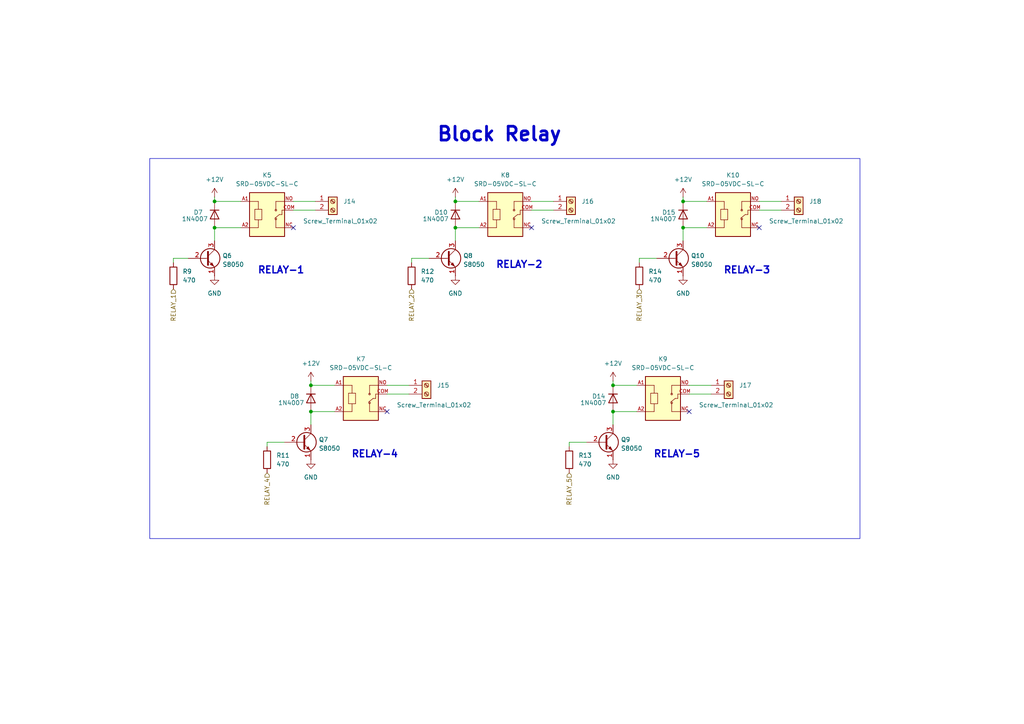
<source format=kicad_sch>
(kicad_sch (version 20231120) (generator "eeschema") (generator_version "8.0")
  (paper "A4")
  (lib_symbols
    (symbol "Connector:Screw_Terminal_01x02" (pin_names (offset 1.016) hide)
      (property "Reference" "J" (at 0 2.54 0))
      (property "Value" "Screw_Terminal_01x02" (at 0 -5.08 0))
      (symbol "Screw_Terminal_01x02_1_1"
        (rectangle (start -1.27 1.27) (end 1.27 -3.81) (stroke (width 0.254)) (fill (type background)))
        (circle (center 0 -2.54) (radius 0.635) (stroke (width 0.1524)))
        (polyline (pts (xy -0.5334 -2.2098) (xy 0.3302 -3.048)) (stroke (width 0.1524)))
        (polyline (pts (xy -0.5334 0.3302) (xy 0.3302 -0.508)) (stroke (width 0.1524)))
        (polyline (pts (xy -0.3556 -2.032) (xy 0.508 -2.8702)) (stroke (width 0.1524)))
        (polyline (pts (xy -0.3556 0.508) (xy 0.508 -0.3302)) (stroke (width 0.1524)))
        (circle (center 0 0) (radius 0.635) (stroke (width 0.1524)))
        (pin passive line (at -5.08 0 0) (length 3.81) (name "Pin_1") (number "1"))
        (pin passive line (at -5.08 -2.54 0) (length 3.81) (name "Pin_2") (number "2"))
      )
    )
    (symbol "Device:R" (pin_numbers hide) (pin_names (offset 0))
      (property "Reference" "R" (at 2.032 0 90))
      (property "Value" "R" (at 0 0 90))
      (symbol "R_0_1"
        (rectangle (start -1.016 -2.54) (end 1.016 2.54) (stroke (width 0.254)))
      )
      (symbol "R_1_1"
        (pin passive line (at 0 3.81 270) (length 1.27) (name "~") (number "1"))
        (pin passive line (at 0 -3.81 90) (length 1.27) (name "~") (number "2"))
      )
    )
    (symbol "Diode:LL4148" (pin_numbers hide) (pin_names hide)
      (property "Reference" "D" (at 0 2.54 0))
      (property "Value" "LL4148" (at 0 -2.54 0))
      (symbol "LL4148_0_1"
        (polyline (pts (xy -1.27 1.27) (xy -1.27 -1.27)) (stroke (width 0.254)))
        (polyline (pts (xy 1.27 0) (xy -1.27 0)))
        (polyline (pts (xy 1.27 1.27) (xy 1.27 -1.27) (xy -1.27 0) (xy 1.27 1.27)) (stroke (width 0.254)))
      )
      (symbol "LL4148_1_1"
        (pin passive line (at -3.81 0 0) (length 2.54) (name "K") (number "1"))
        (pin passive line (at 3.81 0 180) (length 2.54) (name "A") (number "2"))
      )
    )
    (symbol "SRD-05VDC-SL-C_1" (pin_names (offset 1.016))
      (property "Reference" "K" (at -5.0809 5.843 0))
      (property "Value" "SRD-05VDC-SL-C" (at -5.0832 -10.1664 0))
      (symbol "SRD-05VDC-SL-C_1_0_0"
        (rectangle (start -5.08 -7.62) (end 5.08 5.08) (stroke (width 0.254)) (fill (type background)))
        (polyline (pts (xy -5.08 2.54) (xy -2.54 2.54)) (stroke (width 0.1524)))
        (polyline (pts (xy -3.556 -2.794) (xy -2.54 -2.794)) (stroke (width 0.1524)))
        (polyline (pts (xy -3.556 0.254) (xy -3.556 -2.794)) (stroke (width 0.1524)))
        (polyline (pts (xy -2.54 -5.08) (xy -5.08 -5.08)) (stroke (width 0.1524)))
        (polyline (pts (xy -2.54 -2.794) (xy -2.54 -5.08)) (stroke (width 0.1524)))
        (polyline (pts (xy -2.54 -2.794) (xy -1.524 -2.794)) (stroke (width 0.1524)))
        (polyline (pts (xy -2.54 0.254) (xy -3.556 0.254)) (stroke (width 0.1524)))
        (polyline (pts (xy -2.54 2.54) (xy -2.54 0.254)) (stroke (width 0.1524)))
        (polyline (pts (xy -1.524 -2.794) (xy -1.524 0.254)) (stroke (width 0.1524)))
        (polyline (pts (xy -1.524 0.254) (xy -2.54 0.254)) (stroke (width 0.1524)))
        (polyline (pts (xy 2.54 -5.08) (xy 5.08 -5.08)) (stroke (width 0.1524)))
        (polyline (pts (xy 2.54 -2.54) (xy 2.54 -5.08)) (stroke (width 0.1524)))
        (polyline (pts (xy 2.54 2.54) (xy 2.54 0)) (stroke (width 0.1524)))
        (polyline (pts (xy 3.556 -1.27) (xy 2.286 -2.286)) (stroke (width 0.1524)))
        (polyline (pts (xy 3.556 -1.27) (xy 4.318 -1.27)) (stroke (width 0.1524)))
        (polyline (pts (xy 4.318 -1.27) (xy 4.318 0)) (stroke (width 0.1524)))
        (polyline (pts (xy 4.318 0) (xy 5.08 0)) (stroke (width 0.1524)))
        (polyline (pts (xy 5.08 2.54) (xy 2.54 2.54)) (stroke (width 0.1524)))
        (circle (center 2.54 -2.54) (radius 0.254) (stroke (width 0.1524)))
        (circle (center 2.54 0) (radius 0.254) (stroke (width 0.1524)))
        (pin passive line (at -7.62 2.54 0) (length 2.54) (name "~") (number "A1"))
        (pin passive line (at -7.62 -5.08 0) (length 2.54) (name "~") (number "A2"))
        (pin passive line (at 7.62 0 180) (length 2.54) (name "~") (number "COM"))
        (pin passive line (at 7.62 -5.08 180) (length 2.54) (name "~") (number "NC"))
        (pin passive line (at 7.62 2.54 180) (length 2.54) (name "~") (number "NO"))
      )
    )
    (symbol "Transistor_BJT:S8050" (pin_names (offset 0) hide)
      (property "Reference" "Q" (at 5.08 1.905 0))
      (property "Value" "S8050" (at 5.08 0 0))
      (symbol "S8050_0_1"
        (polyline (pts (xy 0 0) (xy 0.635 0)))
        (polyline (pts (xy 0.635 0.635) (xy 2.54 2.54)))
        (polyline (pts (xy 0.635 -0.635) (xy 2.54 -2.54) (xy 2.54 -2.54)))
        (polyline (pts (xy 0.635 1.905) (xy 0.635 -1.905) (xy 0.635 -1.905)) (stroke (width 0.508)))
        (polyline (pts (xy 1.27 -1.778) (xy 1.778 -1.27) (xy 2.286 -2.286) (xy 1.27 -1.778) (xy 1.27 -1.778)) (fill (type outline)))
        (circle (center 1.27 0) (radius 2.8194) (stroke (width 0.254)))
      )
      (symbol "S8050_1_1"
        (pin passive line (at 2.54 -5.08 90) (length 2.54) (name "E") (number "1"))
        (pin input line (at -5.08 0 0) (length 5.08) (name "B") (number "2"))
        (pin passive line (at 2.54 5.08 270) (length 2.54) (name "C") (number "3"))
      )
    )
    (symbol "power:+12V" (power) (pin_numbers hide) (pin_names (offset 0) hide)
      (property "Value" "+12V" (at 0 3.556 0))
      (symbol "+12V_0_1"
        (polyline (pts (xy -0.762 1.27) (xy 0 2.54)))
        (polyline (pts (xy 0 0) (xy 0 2.54)))
        (polyline (pts (xy 0 2.54) (xy 0.762 1.27)))
      )
      (symbol "+12V_1_1"
        (pin power_in line (at 0 0 90) (length 0) (name "~") (number "1"))
      )
    )
    (symbol "power:GND" (power) (pin_numbers hide) (pin_names (offset 0) hide)
      (property "Value" "GND" (at 0 -3.81 0))
      (symbol "GND_0_1"
        (polyline (pts (xy 0 0) (xy 0 -1.27) (xy 1.27 -1.27) (xy 0 -2.54) (xy -1.27 -1.27) (xy 0 -1.27)))
      )
      (symbol "GND_1_1"
        (pin power_in line (at 0 0 270) (length 0) (name "~") (number "1"))
      )
    )
  )
  (junction (at 62.23 58.42))
  (junction (at 62.23 66.04))
  (junction (at 90.17 119.38))
  (junction (at 198.12 66.04))
  (junction (at 177.8 119.38))
  (junction (at 90.17 111.76))
  (junction (at 198.12 58.42))
  (junction (at 132.08 58.42))
  (junction (at 132.08 66.04))
  (junction (at 177.8 111.76))
  (no_connect (at 220.218 66.04))
  (no_connect (at 85.09 66.04))
  (no_connect (at 112.268 119.38))
  (no_connect (at 154.178 66.04))
  (no_connect (at 199.898 119.38))
  (wire (pts (xy 177.8 110.49) (xy 177.8 111.76)))
  (wire (pts (xy 132.08 58.42) (xy 138.938 58.42)))
  (wire (pts (xy 90.17 111.76) (xy 97.028 111.76)))
  (wire (pts (xy 85.09 60.96) (xy 91.44 60.96)))
  (wire (pts (xy 154.178 60.96) (xy 160.528 60.96)))
  (wire (pts (xy 77.47 129.54) (xy 77.47 128.27)))
  (wire (pts (xy 220.218 60.96) (xy 226.568 60.96)))
  (wire (pts (xy 50.292 76.2) (xy 50.292 74.93)))
  (wire (pts (xy 50.292 74.93) (xy 54.61 74.93)))
  (wire (pts (xy 90.17 110.49) (xy 90.17 111.76)))
  (wire (pts (xy 132.08 66.04) (xy 138.938 66.04)))
  (wire (pts (xy 177.8 119.38) (xy 177.8 123.19)))
  (wire (pts (xy 90.17 119.38) (xy 97.028 119.38)))
  (wire (pts (xy 199.898 111.76) (xy 206.248 111.76)))
  (wire (pts (xy 154.178 58.42) (xy 160.528 58.42)))
  (wire (pts (xy 220.218 58.42) (xy 226.568 58.42)))
  (wire (pts (xy 112.268 114.3) (xy 118.618 114.3)))
  (wire (pts (xy 62.23 66.04) (xy 69.85 66.04)))
  (wire (pts (xy 112.268 111.76) (xy 118.618 111.76)))
  (wire (pts (xy 132.08 66.04) (xy 132.08 69.85)))
  (wire (pts (xy 62.23 58.42) (xy 69.85 58.42)))
  (wire (pts (xy 165.1 129.54) (xy 165.1 128.27)))
  (wire (pts (xy 77.47 128.27) (xy 82.55 128.27)))
  (wire (pts (xy 132.08 57.15) (xy 132.08 58.42)))
  (wire (pts (xy 90.17 119.38) (xy 90.17 123.19)))
  (wire (pts (xy 62.23 57.15) (xy 62.23 58.42)))
  (wire (pts (xy 198.12 58.42) (xy 204.978 58.42)))
  (wire (pts (xy 177.8 111.76) (xy 184.658 111.76)))
  (wire (pts (xy 165.1 128.27) (xy 170.18 128.27)))
  (wire (pts (xy 62.23 66.04) (xy 62.23 69.85)))
  (wire (pts (xy 119.38 74.93) (xy 124.46 74.93)))
  (wire (pts (xy 198.12 57.15) (xy 198.12 58.42)))
  (wire (pts (xy 198.12 66.04) (xy 198.12 69.85)))
  (wire (pts (xy 199.898 114.3) (xy 206.248 114.3)))
  (wire (pts (xy 85.09 58.42) (xy 91.44 58.42)))
  (wire (pts (xy 177.8 119.38) (xy 184.658 119.38)))
  (wire (pts (xy 198.12 66.04) (xy 204.978 66.04)))
  (wire (pts (xy 185.42 74.93) (xy 190.5 74.93)))
  (wire (pts (xy 185.42 76.2) (xy 185.42 74.93)))
  (wire (pts (xy 119.38 76.2) (xy 119.38 74.93)))
  (rectangle (start 43.434 45.974) (end 249.428 156.21))
  (text "RELAY-1\n" (at 81.534 78.486 0) (effects (font (size 2 2) (thickness 0.4) (bold yes))))
  (text "Block Relay\n" (at 126.492 41.402 0) (effects (font (size 4 4) (bold yes)) (justify left bottom)))
  (text "RELAY-3\n" (at 216.662 78.486 0) (effects (font (size 2 2) (thickness 0.4) (bold yes))))
  (text "RELAY-2\n\n" (at 150.622 78.486 0) (effects (font (size 2 2) (thickness 0.4) (bold yes))))
  (text "RELAY-4\n" (at 108.712 131.826 0) (effects (font (size 2 2) (thickness 0.4) (bold yes))))
  (text "RELAY-5\n" (at 196.342 131.826 0) (effects (font (size 2 2) (thickness 0.4) (bold yes))))
  (hierarchical_label "RELAY_2" (shape input) (at 119.38 83.82 270))
  (hierarchical_label "RELAY_5" (shape input) (at 165.1 137.16 270))
  (hierarchical_label "RELAY_3" (shape input) (at 185.42 83.82 270))
  (hierarchical_label "RELAY_1" (shape input) (at 50.292 83.82 270))
  (hierarchical_label "RELAY_4" (shape input) (at 77.47 137.16 270))
  (symbol (lib_id "power:+12V") (at 90.17 110.49 0) (unit 1)
    (property "Reference" "#PWR019" (effects (hide yes)))
    (property "Value" "+12V" (at 90.17 105.41 0))
    (property "Description" "Power symbol creates a global label with name \"+12V\"" (effects (hide yes)))
  )
  (symbol (lib_id "power:GND") (at 62.23 80.01 0) (unit 1)
    (property "Reference" "#PWR049" (effects (hide yes)))
    (property "Value" "GND" (at 62.23 85.09 0))
    (property "Description" "Power symbol creates a global label with name \"GND\" , ground" (effects (hide yes)))
  )
  (symbol (lib_name "SRD-05VDC-SL-C_1") (lib_id "SRD-05VDC-SL-C:SRD-05VDC-SL-C") (at 192.278 114.3 0) (unit 1)
    (property "Reference" "K9" (at 192.278 104.14 0))
    (property "Value" "SRD-05VDC-SL-C" (at 192.278 106.68 0))
    (property "Footprint" "SRD-05VDC-SL-C:RELAY_SRD-05VDC-SL-C" (effects (hide yes)))
    (property "MF" "Songle Relay" (effects (hide yes)))
    (property "Description_1" "\n5V Trigger Relay Module For Arduino And Raspberry Pi 5V Trigger Relay Module For Arduino And Raspberry Pi\n" (effects (hide yes)))
    (property "Package" "NON STANDARD-5 Songle Relay" (effects (hide yes)))
    (property "Price" "None" (effects (hide yes)))
    (property "Check_prices" "https://www.snapeda.com/parts/SRD-05VDC-SL-C/Songle+Relay/view-part/?ref=eda" (effects (hide yes)))
    (property "STANDARD" "IPC-7251" (effects (hide yes)))
    (property "SnapEDA_Link" "https://www.snapeda.com/parts/SRD-05VDC-SL-C/Songle+Relay/view-part/?ref=snap" (effects (hide yes)))
    (property "MP" "SRD-05VDC-SL-C" (effects (hide yes)))
    (property "Availability" "Not in stock" (effects (hide yes)))
    (property "MANUFACTURER" "SONGLE RELAY" (effects (hide yes)))
  )
  (symbol (lib_id "Diode:LL4148") (at 62.23 62.23 270) (unit 1)
    (property "Reference" "D7" (at 56.134 61.595 90) (effects (justify left)))
    (property "Value" "1N4007" (at 52.705 63.5 90) (effects (justify left)))
    (property "Footprint" "Diode_SMD:D_SMA" (effects (hide yes)))
    (property "Datasheet" "http://www.vishay.com/docs/85557/ll4148.pdf" (effects (hide yes)))
    (property "Sim.Device" "D" (effects (hide yes)))
    (property "Sim.Pins" "1=K 2=A" (effects (hide yes)))
  )
  (symbol (lib_id "power:+12V") (at 132.08 57.15 0) (unit 1)
    (property "Reference" "#PWR016" (effects (hide yes)))
    (property "Value" "+12V" (at 132.08 52.07 0))
    (property "Description" "Power symbol creates a global label with name \"+12V\"" (effects (hide yes)))
  )
  (symbol (lib_id "power:+12V") (at 62.23 57.15 0) (unit 1)
    (property "Reference" "#PWR015" (effects (hide yes)))
    (property "Value" "+12V" (at 62.23 52.07 0))
    (property "Description" "Power symbol creates a global label with name \"+12V\"" (effects (hide yes)))
  )
  (symbol (lib_id "power:GND") (at 177.8 133.35 0) (unit 1)
    (property "Reference" "#PWR055" (effects (hide yes)))
    (property "Value" "GND" (at 177.8 138.43 0))
    (property "Description" "Power symbol creates a global label with name \"GND\" , ground" (effects (hide yes)))
  )
  (symbol (lib_id "Transistor_BJT:S8050") (at 87.63 128.27 0) (unit 1)
    (property "Reference" "Q7" (at 92.456 127.508 0) (effects (justify left)))
    (property "Value" "S8050" (at 92.456 130.048 0) (effects (justify left)))
    (property "Footprint" "Package_TO_SOT_SMD:SOT-23" (effects (hide yes)))
    (property "Datasheet" "http://www.unisonic.com.tw/datasheet/S8050.pdf" (effects (hide yes)))
  )
  (symbol (lib_id "power:+12V") (at 177.8 110.49 0) (unit 1)
    (property "Reference" "#PWR018" (effects (hide yes)))
    (property "Value" "+12V" (at 177.8 105.41 0))
    (property "Description" "Power symbol creates a global label with name \"+12V\"" (effects (hide yes)))
  )
  (symbol (lib_id "Connector:Screw_Terminal_01x02") (at 165.608 58.42 0) (unit 1)
    (property "Reference" "J16" (at 168.656 58.42 0) (effects (justify left)))
    (property "Value" "Screw_Terminal_01x02" (at 156.972 64.135 0) (effects (justify left)))
    (property "Footprint" "TerminalBlock_Phoenix:TerminalBlock_Phoenix_MKDS-1,5-2-5.08_1x02_P5.08mm_Horizontal" (effects (hide yes)))
  )
  (symbol (lib_id "power:GND") (at 90.17 133.35 0) (unit 1)
    (property "Reference" "#PWR051" (effects (hide yes)))
    (property "Value" "GND" (at 90.17 138.43 0))
    (property "Description" "Power symbol creates a global label with name \"GND\" , ground" (effects (hide yes)))
  )
  (symbol (lib_name "SRD-05VDC-SL-C_1") (lib_id "SRD-05VDC-SL-C:SRD-05VDC-SL-C") (at 212.598 60.96 0) (unit 1)
    (property "Reference" "K10" (at 212.598 50.8 0))
    (property "Value" "SRD-05VDC-SL-C" (at 212.598 53.34 0))
    (property "Footprint" "SRD-05VDC-SL-C:RELAY_SRD-05VDC-SL-C" (effects (hide yes)))
    (property "MF" "Songle Relay" (effects (hide yes)))
    (property "Description_1" "\n5V Trigger Relay Module For Arduino And Raspberry Pi 5V Trigger Relay Module For Arduino And Raspberry Pi\n" (effects (hide yes)))
    (property "Package" "NON STANDARD-5 Songle Relay" (effects (hide yes)))
    (property "Price" "None" (effects (hide yes)))
    (property "Check_prices" "https://www.snapeda.com/parts/SRD-05VDC-SL-C/Songle+Relay/view-part/?ref=eda" (effects (hide yes)))
    (property "STANDARD" "IPC-7251" (effects (hide yes)))
    (property "SnapEDA_Link" "https://www.snapeda.com/parts/SRD-05VDC-SL-C/Songle+Relay/view-part/?ref=snap" (effects (hide yes)))
    (property "MP" "SRD-05VDC-SL-C" (effects (hide yes)))
    (property "Availability" "Not in stock" (effects (hide yes)))
    (property "MANUFACTURER" "SONGLE RELAY" (effects (hide yes)))
  )
  (symbol (lib_id "Transistor_BJT:S8050") (at 195.58 74.93 0) (unit 1)
    (property "Reference" "Q10" (at 200.406 74.168 0) (effects (justify left)))
    (property "Value" "S8050" (at 200.406 76.708 0) (effects (justify left)))
    (property "Footprint" "Package_TO_SOT_SMD:SOT-23" (effects (hide yes)))
    (property "Datasheet" "http://www.unisonic.com.tw/datasheet/S8050.pdf" (effects (hide yes)))
  )
  (symbol (lib_id "Transistor_BJT:S8050") (at 175.26 128.27 0) (unit 1)
    (property "Reference" "Q9" (at 180.086 127.508 0) (effects (justify left)))
    (property "Value" "S8050" (at 180.086 130.048 0) (effects (justify left)))
    (property "Footprint" "Package_TO_SOT_SMD:SOT-23" (effects (hide yes)))
    (property "Datasheet" "http://www.unisonic.com.tw/datasheet/S8050.pdf" (effects (hide yes)))
  )
  (symbol (lib_name "SRD-05VDC-SL-C_1") (lib_id "SRD-05VDC-SL-C:SRD-05VDC-SL-C") (at 104.648 114.3 0) (unit 1)
    (property "Reference" "K7" (at 104.648 104.14 0))
    (property "Value" "SRD-05VDC-SL-C" (at 104.648 106.68 0))
    (property "Footprint" "SRD-05VDC-SL-C:RELAY_SRD-05VDC-SL-C" (effects (hide yes)))
    (property "MF" "Songle Relay" (effects (hide yes)))
    (property "Description_1" "\n5V Trigger Relay Module For Arduino And Raspberry Pi 5V Trigger Relay Module For Arduino And Raspberry Pi\n" (effects (hide yes)))
    (property "Package" "NON STANDARD-5 Songle Relay" (effects (hide yes)))
    (property "Price" "None" (effects (hide yes)))
    (property "Check_prices" "https://www.snapeda.com/parts/SRD-05VDC-SL-C/Songle+Relay/view-part/?ref=eda" (effects (hide yes)))
    (property "STANDARD" "IPC-7251" (effects (hide yes)))
    (property "SnapEDA_Link" "https://www.snapeda.com/parts/SRD-05VDC-SL-C/Songle+Relay/view-part/?ref=snap" (effects (hide yes)))
    (property "MP" "SRD-05VDC-SL-C" (effects (hide yes)))
    (property "Availability" "Not in stock" (effects (hide yes)))
    (property "MANUFACTURER" "SONGLE RELAY" (effects (hide yes)))
  )
  (symbol (lib_id "Device:R") (at 50.292 80.01 180) (unit 1)
    (property "Reference" "R9" (at 52.959 78.7399 0) (effects (justify right)))
    (property "Value" "470" (at 52.959 81.2799 0) (effects (justify right)))
    (property "Footprint" "Resistor_SMD:R_0603_1608Metric" (effects (hide yes)))
  )
  (symbol (lib_id "Connector:Screw_Terminal_01x02") (at 231.648 58.42 0) (unit 1)
    (property "Reference" "J18" (at 234.696 58.42 0) (effects (justify left)))
    (property "Value" "Screw_Terminal_01x02" (at 223.012 64.135 0) (effects (justify left)))
    (property "Footprint" "TerminalBlock_Phoenix:TerminalBlock_Phoenix_MKDS-1,5-2-5.08_1x02_P5.08mm_Horizontal" (effects (hide yes)))
  )
  (symbol (lib_id "Connector:Screw_Terminal_01x02") (at 96.52 58.42 0) (unit 1)
    (property "Reference" "J14" (at 99.568 58.42 0) (effects (justify left)))
    (property "Value" "Screw_Terminal_01x02" (at 87.884 64.135 0) (effects (justify left)))
    (property "Footprint" "TerminalBlock_Phoenix:TerminalBlock_Phoenix_MKDS-1,5-2-5.08_1x02_P5.08mm_Horizontal" (effects (hide yes)))
  )
  (symbol (lib_id "Device:R") (at 77.47 133.35 180) (unit 1)
    (property "Reference" "R11" (at 80.137 132.0799 0) (effects (justify right)))
    (property "Value" "470" (at 80.137 134.6199 0) (effects (justify right)))
    (property "Footprint" "Resistor_SMD:R_0603_1608Metric" (effects (hide yes)))
  )
  (symbol (lib_id "Device:R") (at 119.38 80.01 180) (unit 1)
    (property "Reference" "R12" (at 122.047 78.7399 0) (effects (justify right)))
    (property "Value" "470" (at 122.047 81.2799 0) (effects (justify right)))
    (property "Footprint" "Resistor_SMD:R_0603_1608Metric" (effects (hide yes)))
  )
  (symbol (lib_id "power:GND") (at 132.08 80.01 0) (unit 1)
    (property "Reference" "#PWR053" (effects (hide yes)))
    (property "Value" "GND" (at 132.08 85.09 0))
    (property "Description" "Power symbol creates a global label with name \"GND\" , ground" (effects (hide yes)))
  )
  (symbol (lib_id "Transistor_BJT:S8050") (at 129.54 74.93 0) (unit 1)
    (property "Reference" "Q8" (at 134.366 74.168 0) (effects (justify left)))
    (property "Value" "S8050" (at 134.366 76.708 0) (effects (justify left)))
    (property "Footprint" "Package_TO_SOT_SMD:SOT-23" (effects (hide yes)))
    (property "Datasheet" "http://www.unisonic.com.tw/datasheet/S8050.pdf" (effects (hide yes)))
  )
  (symbol (lib_id "Device:R") (at 165.1 133.35 180) (unit 1)
    (property "Reference" "R13" (at 167.767 132.0799 0) (effects (justify right)))
    (property "Value" "470" (at 167.767 134.6199 0) (effects (justify right)))
    (property "Footprint" "Resistor_SMD:R_0603_1608Metric" (effects (hide yes)))
  )
  (symbol (lib_id "Diode:LL4148") (at 132.08 62.23 270) (unit 1)
    (property "Reference" "D10" (at 125.984 61.595 90) (effects (justify left)))
    (property "Value" "1N4007" (at 122.555 63.5 90) (effects (justify left)))
    (property "Footprint" "Diode_SMD:D_SMA" (effects (hide yes)))
    (property "Datasheet" "http://www.vishay.com/docs/85557/ll4148.pdf" (effects (hide yes)))
    (property "Sim.Device" "D" (effects (hide yes)))
    (property "Sim.Pins" "1=K 2=A" (effects (hide yes)))
  )
  (symbol (lib_id "Transistor_BJT:S8050") (at 59.69 74.93 0) (unit 1)
    (property "Reference" "Q6" (at 64.516 74.168 0) (effects (justify left)))
    (property "Value" "S8050" (at 64.516 76.708 0) (effects (justify left)))
    (property "Footprint" "Package_TO_SOT_SMD:SOT-23" (effects (hide yes)))
    (property "Datasheet" "http://www.unisonic.com.tw/datasheet/S8050.pdf" (effects (hide yes)))
  )
  (symbol (lib_id "Connector:Screw_Terminal_01x02") (at 123.698 111.76 0) (unit 1)
    (property "Reference" "J15" (at 126.746 111.76 0) (effects (justify left)))
    (property "Value" "Screw_Terminal_01x02" (at 115.062 117.475 0) (effects (justify left)))
    (property "Footprint" "TerminalBlock_Phoenix:TerminalBlock_Phoenix_MKDS-1,5-2-5.08_1x02_P5.08mm_Horizontal" (effects (hide yes)))
  )
  (symbol (lib_id "Device:R") (at 185.42 80.01 180) (unit 1)
    (property "Reference" "R14" (at 188.087 78.7399 0) (effects (justify right)))
    (property "Value" "470" (at 188.087 81.2799 0) (effects (justify right)))
    (property "Footprint" "Resistor_SMD:R_0603_1608Metric" (effects (hide yes)))
  )
  (symbol (lib_name "SRD-05VDC-SL-C_1") (lib_id "SRD-05VDC-SL-C:SRD-05VDC-SL-C") (at 146.558 60.96 0) (unit 1)
    (property "Reference" "K8" (at 146.558 50.8 0))
    (property "Value" "SRD-05VDC-SL-C" (at 146.558 53.34 0))
    (property "Footprint" "SRD-05VDC-SL-C:RELAY_SRD-05VDC-SL-C" (effects (hide yes)))
    (property "MF" "Songle Relay" (effects (hide yes)))
    (property "Description_1" "\n5V Trigger Relay Module For Arduino And Raspberry Pi 5V Trigger Relay Module For Arduino And Raspberry Pi\n" (effects (hide yes)))
    (property "Package" "NON STANDARD-5 Songle Relay" (effects (hide yes)))
    (property "Price" "None" (effects (hide yes)))
    (property "Check_prices" "https://www.snapeda.com/parts/SRD-05VDC-SL-C/Songle+Relay/view-part/?ref=eda" (effects (hide yes)))
    (property "STANDARD" "IPC-7251" (effects (hide yes)))
    (property "SnapEDA_Link" "https://www.snapeda.com/parts/SRD-05VDC-SL-C/Songle+Relay/view-part/?ref=snap" (effects (hide yes)))
    (property "MP" "SRD-05VDC-SL-C" (effects (hide yes)))
    (property "Availability" "Not in stock" (effects (hide yes)))
    (property "MANUFACTURER" "SONGLE RELAY" (effects (hide yes)))
  )
  (symbol (lib_id "Connector:Screw_Terminal_01x02") (at 211.328 111.76 0) (unit 1)
    (property "Reference" "J17" (at 214.376 111.76 0) (effects (justify left)))
    (property "Value" "Screw_Terminal_01x02" (at 202.692 117.475 0) (effects (justify left)))
    (property "Footprint" "TerminalBlock_Phoenix:TerminalBlock_Phoenix_MKDS-1,5-2-5.08_1x02_P5.08mm_Horizontal" (effects (hide yes)))
  )
  (symbol (lib_id "power:GND") (at 198.12 80.01 0) (unit 1)
    (property "Reference" "#PWR057" (effects (hide yes)))
    (property "Value" "GND" (at 198.12 85.09 0))
    (property "Description" "Power symbol creates a global label with name \"GND\" , ground" (effects (hide yes)))
  )
  (symbol (lib_id "Diode:LL4148") (at 198.12 62.23 270) (unit 1)
    (property "Reference" "D15" (at 192.024 61.595 90) (effects (justify left)))
    (property "Value" "1N4007" (at 188.595 63.5 90) (effects (justify left)))
    (property "Footprint" "Diode_SMD:D_SMA" (effects (hide yes)))
    (property "Datasheet" "http://www.vishay.com/docs/85557/ll4148.pdf" (effects (hide yes)))
    (property "Sim.Device" "D" (effects (hide yes)))
    (property "Sim.Pins" "1=K 2=A" (effects (hide yes)))
  )
  (symbol (lib_id "power:+12V") (at 198.12 57.15 0) (unit 1)
    (property "Reference" "#PWR017" (effects (hide yes)))
    (property "Value" "+12V" (at 198.12 52.07 0))
    (property "Description" "Power symbol creates a global label with name \"+12V\"" (effects (hide yes)))
  )
  (symbol (lib_id "Diode:LL4148") (at 177.8 115.57 270) (unit 1)
    (property "Reference" "D14" (at 171.704 114.935 90) (effects (justify left)))
    (property "Value" "1N4007" (at 168.275 116.84 90) (effects (justify left)))
    (property "Footprint" "Diode_SMD:D_SMA" (effects (hide yes)))
    (property "Datasheet" "http://www.vishay.com/docs/85557/ll4148.pdf" (effects (hide yes)))
    (property "Sim.Device" "D" (effects (hide yes)))
    (property "Sim.Pins" "1=K 2=A" (effects (hide yes)))
  )
  (symbol (lib_name "SRD-05VDC-SL-C_1") (lib_id "SRD-05VDC-SL-C:SRD-05VDC-SL-C") (at 77.47 60.96 0) (unit 1)
    (property "Reference" "K5" (at 77.47 50.8 0))
    (property "Value" "SRD-05VDC-SL-C" (at 77.47 53.34 0))
    (property "Footprint" "SRD-05VDC-SL-C:RELAY_SRD-05VDC-SL-C" (effects (hide yes)))
    (property "MF" "Songle Relay" (effects (hide yes)))
    (property "Description_1" "\n5V Trigger Relay Module For Arduino And Raspberry Pi 5V Trigger Relay Module For Arduino And Raspberry Pi\n" (effects (hide yes)))
    (property "Package" "NON STANDARD-5 Songle Relay" (effects (hide yes)))
    (property "Price" "None" (effects (hide yes)))
    (property "Check_prices" "https://www.snapeda.com/parts/SRD-05VDC-SL-C/Songle+Relay/view-part/?ref=eda" (effects (hide yes)))
    (property "STANDARD" "IPC-7251" (effects (hide yes)))
    (property "SnapEDA_Link" "https://www.snapeda.com/parts/SRD-05VDC-SL-C/Songle+Relay/view-part/?ref=snap" (effects (hide yes)))
    (property "MP" "SRD-05VDC-SL-C" (effects (hide yes)))
    (property "Availability" "Not in stock" (effects (hide yes)))
    (property "MANUFACTURER" "SONGLE RELAY" (effects (hide yes)))
  )
  (symbol (lib_id "Diode:LL4148") (at 90.17 115.57 270) (unit 1)
    (property "Reference" "D8" (at 84.074 114.935 90) (effects (justify left)))
    (property "Value" "1N4007" (at 80.645 116.84 90) (effects (justify left)))
    (property "Footprint" "Diode_SMD:D_SMA" (effects (hide yes)))
    (property "Datasheet" "http://www.vishay.com/docs/85557/ll4148.pdf" (effects (hide yes)))
    (property "Sim.Device" "D" (effects (hide yes)))
    (property "Sim.Pins" "1=K 2=A" (effects (hide yes)))
  )
)
</source>
